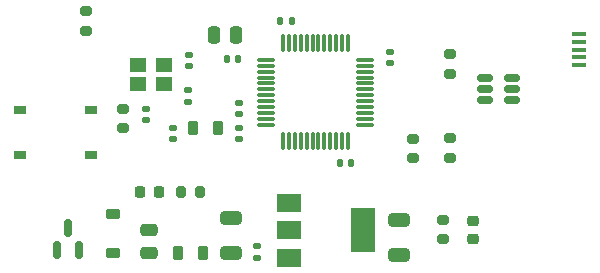
<source format=gbr>
%TF.GenerationSoftware,KiCad,Pcbnew,7.0.5*%
%TF.CreationDate,2023-08-19T00:15:43-06:00*%
%TF.ProjectId,STM32PlayBoard_v1,53544d33-3250-46c6-9179-426f6172645f,rev?*%
%TF.SameCoordinates,Original*%
%TF.FileFunction,Paste,Top*%
%TF.FilePolarity,Positive*%
%FSLAX46Y46*%
G04 Gerber Fmt 4.6, Leading zero omitted, Abs format (unit mm)*
G04 Created by KiCad (PCBNEW 7.0.5) date 2023-08-19 00:15:43*
%MOMM*%
%LPD*%
G01*
G04 APERTURE LIST*
G04 Aperture macros list*
%AMRoundRect*
0 Rectangle with rounded corners*
0 $1 Rounding radius*
0 $2 $3 $4 $5 $6 $7 $8 $9 X,Y pos of 4 corners*
0 Add a 4 corners polygon primitive as box body*
4,1,4,$2,$3,$4,$5,$6,$7,$8,$9,$2,$3,0*
0 Add four circle primitives for the rounded corners*
1,1,$1+$1,$2,$3*
1,1,$1+$1,$4,$5*
1,1,$1+$1,$6,$7*
1,1,$1+$1,$8,$9*
0 Add four rect primitives between the rounded corners*
20,1,$1+$1,$2,$3,$4,$5,0*
20,1,$1+$1,$4,$5,$6,$7,0*
20,1,$1+$1,$6,$7,$8,$9,0*
20,1,$1+$1,$8,$9,$2,$3,0*%
G04 Aperture macros list end*
%ADD10RoundRect,0.200000X-0.275000X0.200000X-0.275000X-0.200000X0.275000X-0.200000X0.275000X0.200000X0*%
%ADD11RoundRect,0.140000X-0.170000X0.140000X-0.170000X-0.140000X0.170000X-0.140000X0.170000X0.140000X0*%
%ADD12RoundRect,0.218750X0.218750X0.381250X-0.218750X0.381250X-0.218750X-0.381250X0.218750X-0.381250X0*%
%ADD13RoundRect,0.250000X0.650000X-0.325000X0.650000X0.325000X-0.650000X0.325000X-0.650000X-0.325000X0*%
%ADD14RoundRect,0.200000X-0.200000X-0.275000X0.200000X-0.275000X0.200000X0.275000X-0.200000X0.275000X0*%
%ADD15RoundRect,0.140000X0.140000X0.170000X-0.140000X0.170000X-0.140000X-0.170000X0.140000X-0.170000X0*%
%ADD16RoundRect,0.250000X-0.650000X0.325000X-0.650000X-0.325000X0.650000X-0.325000X0.650000X0.325000X0*%
%ADD17R,1.400000X1.150000*%
%ADD18RoundRect,0.150000X0.150000X-0.587500X0.150000X0.587500X-0.150000X0.587500X-0.150000X-0.587500X0*%
%ADD19RoundRect,0.140000X0.170000X-0.140000X0.170000X0.140000X-0.170000X0.140000X-0.170000X-0.140000X0*%
%ADD20RoundRect,0.218750X-0.256250X0.218750X-0.256250X-0.218750X0.256250X-0.218750X0.256250X0.218750X0*%
%ADD21RoundRect,0.250000X0.250000X0.475000X-0.250000X0.475000X-0.250000X-0.475000X0.250000X-0.475000X0*%
%ADD22R,1.000000X0.750000*%
%ADD23RoundRect,0.140000X-0.140000X-0.170000X0.140000X-0.170000X0.140000X0.170000X-0.140000X0.170000X0*%
%ADD24RoundRect,0.218750X-0.218750X-0.381250X0.218750X-0.381250X0.218750X0.381250X-0.218750X0.381250X0*%
%ADD25R,1.250000X0.400000*%
%ADD26RoundRect,0.250000X0.475000X-0.250000X0.475000X0.250000X-0.475000X0.250000X-0.475000X-0.250000X0*%
%ADD27RoundRect,0.218750X-0.218750X-0.256250X0.218750X-0.256250X0.218750X0.256250X-0.218750X0.256250X0*%
%ADD28RoundRect,0.200000X0.275000X-0.200000X0.275000X0.200000X-0.275000X0.200000X-0.275000X-0.200000X0*%
%ADD29R,2.000000X1.500000*%
%ADD30R,2.000000X3.800000*%
%ADD31RoundRect,0.150000X0.512500X0.150000X-0.512500X0.150000X-0.512500X-0.150000X0.512500X-0.150000X0*%
%ADD32RoundRect,0.225000X0.375000X-0.225000X0.375000X0.225000X-0.375000X0.225000X-0.375000X-0.225000X0*%
%ADD33RoundRect,0.075000X-0.662500X-0.075000X0.662500X-0.075000X0.662500X0.075000X-0.662500X0.075000X0*%
%ADD34RoundRect,0.075000X-0.075000X-0.662500X0.075000X-0.662500X0.075000X0.662500X-0.075000X0.662500X0*%
G04 APERTURE END LIST*
D10*
%TO.C,R6*%
X60390000Y-80495000D03*
X60390000Y-82145000D03*
%TD*%
D11*
%TO.C,C12*%
X36900000Y-79620000D03*
X36900000Y-80580000D03*
%TD*%
%TO.C,C6*%
X55290000Y-73180000D03*
X55290000Y-74140000D03*
%TD*%
D12*
%TO.C,FB2*%
X40762500Y-79600000D03*
X38637500Y-79600000D03*
%TD*%
D13*
%TO.C,C2*%
X41810000Y-90215000D03*
X41810000Y-87265000D03*
%TD*%
D14*
%TO.C,R5*%
X37575000Y-85020000D03*
X39225000Y-85020000D03*
%TD*%
D10*
%TO.C,R7*%
X57280000Y-80525000D03*
X57280000Y-82175000D03*
%TD*%
D15*
%TO.C,C7*%
X52020000Y-82610000D03*
X51060000Y-82610000D03*
%TD*%
D10*
%TO.C,R3*%
X29540000Y-69735000D03*
X29540000Y-71385000D03*
%TD*%
D16*
%TO.C,C4*%
X56060000Y-87385000D03*
X56060000Y-90335000D03*
%TD*%
D17*
%TO.C,Y1*%
X36200000Y-74300000D03*
X34000000Y-74300000D03*
X34000000Y-75900000D03*
X36200000Y-75900000D03*
%TD*%
D18*
%TO.C,Q1*%
X27080000Y-89955000D03*
X28980000Y-89955000D03*
X28030000Y-88080000D03*
%TD*%
D19*
%TO.C,C3*%
X44020000Y-90610000D03*
X44020000Y-89650000D03*
%TD*%
D20*
%TO.C,D2*%
X62350000Y-87462500D03*
X62350000Y-89037500D03*
%TD*%
D21*
%TO.C,C5*%
X42310000Y-71790000D03*
X40410000Y-71790000D03*
%TD*%
D22*
%TO.C,S1*%
X24000000Y-78125000D03*
X30000000Y-78125000D03*
X24000000Y-81875000D03*
X30000000Y-81875000D03*
%TD*%
D23*
%TO.C,C8*%
X46020000Y-70560000D03*
X46980000Y-70560000D03*
%TD*%
D24*
%TO.C,FB1*%
X37317500Y-90210000D03*
X39442500Y-90210000D03*
%TD*%
D25*
%TO.C,J3*%
X71300000Y-74300000D03*
X71300000Y-73650000D03*
X71300000Y-73000000D03*
X71300000Y-72350000D03*
X71300000Y-71700000D03*
%TD*%
D26*
%TO.C,C1*%
X34940000Y-90190000D03*
X34940000Y-88290000D03*
%TD*%
D11*
%TO.C,C15*%
X38230000Y-76440000D03*
X38230000Y-77400000D03*
%TD*%
D27*
%TO.C,D3*%
X34162500Y-85040000D03*
X35737500Y-85040000D03*
%TD*%
D19*
%TO.C,C14*%
X38270000Y-74380000D03*
X38270000Y-73420000D03*
%TD*%
D28*
%TO.C,R1*%
X59800000Y-89057500D03*
X59800000Y-87407500D03*
%TD*%
%TO.C,R2*%
X32700000Y-79655000D03*
X32700000Y-78005000D03*
%TD*%
D19*
%TO.C,C10*%
X42500000Y-78450000D03*
X42500000Y-77490000D03*
%TD*%
D10*
%TO.C,R4*%
X60420000Y-73375000D03*
X60420000Y-75025000D03*
%TD*%
D19*
%TO.C,C13*%
X34650000Y-78980000D03*
X34650000Y-78020000D03*
%TD*%
D29*
%TO.C,U1*%
X46750000Y-86000000D03*
X46750000Y-88300000D03*
D30*
X53050000Y-88300000D03*
D29*
X46750000Y-90600000D03*
%TD*%
D31*
%TO.C,U3*%
X65617500Y-77270000D03*
X65617500Y-76320000D03*
X65617500Y-75370000D03*
X63342500Y-75370000D03*
X63342500Y-76320000D03*
X63342500Y-77270000D03*
%TD*%
D11*
%TO.C,C11*%
X42500000Y-79600000D03*
X42500000Y-80560000D03*
%TD*%
D32*
%TO.C,D1*%
X31870000Y-90247500D03*
X31870000Y-86947500D03*
%TD*%
D15*
%TO.C,C9*%
X42480000Y-73800000D03*
X41520000Y-73800000D03*
%TD*%
D33*
%TO.C,U2*%
X44837500Y-73850000D03*
X44837500Y-74350000D03*
X44837500Y-74850000D03*
X44837500Y-75350000D03*
X44837500Y-75850000D03*
X44837500Y-76350000D03*
X44837500Y-76850000D03*
X44837500Y-77350000D03*
X44837500Y-77850000D03*
X44837500Y-78350000D03*
X44837500Y-78850000D03*
X44837500Y-79350000D03*
D34*
X46250000Y-80762500D03*
X46750000Y-80762500D03*
X47250000Y-80762500D03*
X47750000Y-80762500D03*
X48250000Y-80762500D03*
X48750000Y-80762500D03*
X49250000Y-80762500D03*
X49750000Y-80762500D03*
X50250000Y-80762500D03*
X50750000Y-80762500D03*
X51250000Y-80762500D03*
X51750000Y-80762500D03*
D33*
X53162500Y-79350000D03*
X53162500Y-78850000D03*
X53162500Y-78350000D03*
X53162500Y-77850000D03*
X53162500Y-77350000D03*
X53162500Y-76850000D03*
X53162500Y-76350000D03*
X53162500Y-75850000D03*
X53162500Y-75350000D03*
X53162500Y-74850000D03*
X53162500Y-74350000D03*
X53162500Y-73850000D03*
D34*
X51750000Y-72437500D03*
X51250000Y-72437500D03*
X50750000Y-72437500D03*
X50250000Y-72437500D03*
X49750000Y-72437500D03*
X49250000Y-72437500D03*
X48750000Y-72437500D03*
X48250000Y-72437500D03*
X47750000Y-72437500D03*
X47250000Y-72437500D03*
X46750000Y-72437500D03*
X46250000Y-72437500D03*
%TD*%
M02*

</source>
